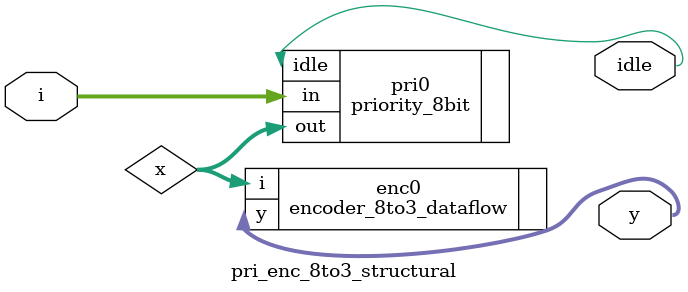
<source format=v>
/***********************************************************************
Description: 8 to 3 priority encoder using structural abstraction
************************************************************************/

module pri_enc_8to3_structural(
	input	[7:0]	i,
	output	[2:0]	y,
	output			idle
);
	wire	[7:0]	x;
	
	priority_8bit pri0(
		.in		(i		),
		.out	(x		),
		.idle	(idle	)
	);
	
	encoder_8to3_dataflow enc0(
		.i	(x	),
		.y	(y	)
	);

endmodule	
</source>
